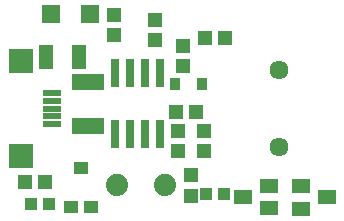
<source format=gts>
G75*
%MOIN*%
%OFA0B0*%
%FSLAX25Y25*%
%IPPOS*%
%LPD*%
%AMOC8*
5,1,8,0,0,1.08239X$1,22.5*
%
%ADD10R,0.04737X0.05131*%
%ADD11R,0.05131X0.04737*%
%ADD12R,0.03280X0.04068*%
%ADD13R,0.04737X0.07887*%
%ADD14R,0.03162X0.09461*%
%ADD15R,0.03950X0.03950*%
%ADD16R,0.06312X0.04737*%
%ADD17C,0.07400*%
%ADD18R,0.04737X0.04343*%
%ADD19R,0.05131X0.04343*%
%ADD20C,0.06343*%
%ADD21R,0.06312X0.02178*%
%ADD22R,0.08280X0.07887*%
%ADD23R,0.10800X0.05800*%
%ADD24R,0.06300X0.06300*%
D10*
X0015146Y0023769D03*
X0021839Y0023769D03*
X0075225Y0071682D03*
X0081918Y0071682D03*
X0044871Y0072706D03*
X0044871Y0079398D03*
D11*
X0058532Y0077745D03*
X0058532Y0071052D03*
X0068099Y0068887D03*
X0068099Y0062194D03*
X0065698Y0046839D03*
X0072391Y0046839D03*
X0074989Y0040580D03*
X0074989Y0033887D03*
X0066446Y0034083D03*
X0066446Y0040776D03*
X0070698Y0025816D03*
X0070698Y0019123D03*
D12*
X0074320Y0056249D03*
X0065265Y0056249D03*
D13*
X0033335Y0065343D03*
X0022312Y0065343D03*
D14*
X0045402Y0060028D03*
X0050402Y0060028D03*
X0055402Y0060028D03*
X0060402Y0060028D03*
X0060402Y0039556D03*
X0055402Y0039556D03*
X0050402Y0039556D03*
X0045402Y0039556D03*
D15*
X0017312Y0016406D03*
X0023217Y0016406D03*
X0075619Y0019517D03*
X0081524Y0019517D03*
D16*
X0088020Y0018532D03*
X0096682Y0014792D03*
X0096682Y0022272D03*
X0107154Y0022233D03*
X0115816Y0018493D03*
X0107154Y0014753D03*
D17*
X0061839Y0022509D03*
X0046091Y0022509D03*
D18*
X0037430Y0015422D03*
X0030737Y0015422D03*
D19*
X0034083Y0028414D03*
D20*
X0099831Y0035265D03*
X0099831Y0060855D03*
D21*
X0024280Y0053178D03*
X0024280Y0050619D03*
X0024280Y0048060D03*
X0024280Y0045501D03*
X0024280Y0042942D03*
D22*
X0013847Y0032312D03*
X0013847Y0063808D03*
D23*
X0036249Y0056918D03*
X0036249Y0042154D03*
D24*
X0036843Y0079556D03*
X0023843Y0079556D03*
M02*

</source>
